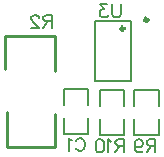
<source format=gbo>
G04 Layer: BottomSilkscreenLayer*
G04 EasyEDA v6.5.38, 2023-12-02 23:03:57*
G04 3574156a907d4d7c87788ecda130693a,c7ad1a84f3dd4ba2a6b1e1313e4bac77,10*
G04 Gerber Generator version 0.2*
G04 Scale: 100 percent, Rotated: No, Reflected: No *
G04 Dimensions in millimeters *
G04 leading zeros omitted , absolute positions ,4 integer and 5 decimal *
%FSLAX45Y45*%
%MOMM*%

%ADD10C,0.1524*%
%ADD11C,0.1999*%
%ADD12C,0.2540*%
%ADD13C,0.3000*%

%LPD*%
D10*
X-52577Y-1129792D02*
G01*
X-47243Y-1119378D01*
X-36829Y-1108963D01*
X-26670Y-1103884D01*
X-5841Y-1103884D01*
X4572Y-1108963D01*
X14986Y-1119378D01*
X20320Y-1129792D01*
X25400Y-1145539D01*
X25400Y-1171447D01*
X20320Y-1186942D01*
X14986Y-1197355D01*
X4572Y-1207770D01*
X-5841Y-1212850D01*
X-26670Y-1212850D01*
X-36829Y-1207770D01*
X-47243Y-1197355D01*
X-52577Y-1186942D01*
X-86868Y-1124712D02*
G01*
X-97281Y-1119378D01*
X-112775Y-1103884D01*
X-112775Y-1212850D01*
X622300Y-1116584D02*
G01*
X622300Y-1225550D01*
X622300Y-1116584D02*
G01*
X575563Y-1116584D01*
X560070Y-1121663D01*
X554736Y-1126997D01*
X549656Y-1137412D01*
X549656Y-1147826D01*
X554736Y-1158239D01*
X560070Y-1163320D01*
X575563Y-1168400D01*
X622300Y-1168400D01*
X585977Y-1168400D02*
G01*
X549656Y-1225550D01*
X447802Y-1152905D02*
G01*
X452881Y-1168400D01*
X463295Y-1178813D01*
X478790Y-1184147D01*
X484124Y-1184147D01*
X499618Y-1178813D01*
X510031Y-1168400D01*
X515365Y-1152905D01*
X515365Y-1147826D01*
X510031Y-1132078D01*
X499618Y-1121663D01*
X484124Y-1116584D01*
X478790Y-1116584D01*
X463295Y-1121663D01*
X452881Y-1132078D01*
X447802Y-1152905D01*
X447802Y-1178813D01*
X452881Y-1204976D01*
X463295Y-1220470D01*
X478790Y-1225550D01*
X489204Y-1225550D01*
X504952Y-1220470D01*
X510031Y-1210055D01*
X355600Y-1116584D02*
G01*
X355600Y-1225550D01*
X355600Y-1116584D02*
G01*
X308863Y-1116584D01*
X293370Y-1121663D01*
X288036Y-1126997D01*
X282956Y-1137412D01*
X282956Y-1147826D01*
X288036Y-1158239D01*
X293370Y-1163320D01*
X308863Y-1168400D01*
X355600Y-1168400D01*
X319277Y-1168400D02*
G01*
X282956Y-1225550D01*
X248665Y-1137412D02*
G01*
X238252Y-1132078D01*
X222504Y-1116584D01*
X222504Y-1225550D01*
X157225Y-1116584D02*
G01*
X172720Y-1121663D01*
X183134Y-1137412D01*
X188213Y-1163320D01*
X188213Y-1178813D01*
X183134Y-1204976D01*
X172720Y-1220470D01*
X157225Y-1225550D01*
X146811Y-1225550D01*
X131063Y-1220470D01*
X120650Y-1204976D01*
X115570Y-1178813D01*
X115570Y-1163320D01*
X120650Y-1137412D01*
X131063Y-1121663D01*
X146811Y-1116584D01*
X157225Y-1116584D01*
X-254000Y-62484D02*
G01*
X-254000Y-171450D01*
X-254000Y-62484D02*
G01*
X-300736Y-62484D01*
X-316229Y-67563D01*
X-321563Y-72897D01*
X-326644Y-83312D01*
X-326644Y-93726D01*
X-321563Y-104139D01*
X-316229Y-109220D01*
X-300736Y-114300D01*
X-254000Y-114300D01*
X-290322Y-114300D02*
G01*
X-326644Y-171450D01*
X-366268Y-88392D02*
G01*
X-366268Y-83312D01*
X-371347Y-72897D01*
X-376681Y-67563D01*
X-387095Y-62484D01*
X-407670Y-62484D01*
X-418084Y-67563D01*
X-423418Y-72897D01*
X-428497Y-83312D01*
X-428497Y-93726D01*
X-423418Y-104139D01*
X-413004Y-119634D01*
X-360934Y-171450D01*
X-433831Y-171450D01*
X330200Y26415D02*
G01*
X330200Y-51562D01*
X325120Y-67055D01*
X314706Y-77470D01*
X298958Y-82550D01*
X288543Y-82550D01*
X273050Y-77470D01*
X262636Y-67055D01*
X257556Y-51562D01*
X257556Y26415D01*
X212852Y26415D02*
G01*
X155702Y26415D01*
X186690Y-15239D01*
X171195Y-15239D01*
X160781Y-20320D01*
X155702Y-25400D01*
X150368Y-41147D01*
X150368Y-51562D01*
X155702Y-67055D01*
X166115Y-77470D01*
X181609Y-82550D01*
X197104Y-82550D01*
X212852Y-77470D01*
X217931Y-72389D01*
X223265Y-61976D01*
D11*
X-154279Y-820826D02*
G01*
X-154279Y-688822D01*
X52730Y-688822D01*
X52730Y-820826D01*
X-154279Y-934034D02*
G01*
X-154279Y-1066037D01*
X52730Y-1066037D01*
X52730Y-934034D01*
X442620Y-833526D02*
G01*
X442620Y-701522D01*
X649630Y-701522D01*
X649630Y-833526D01*
X442620Y-946734D02*
G01*
X442620Y-1078737D01*
X649630Y-1078737D01*
X649630Y-946734D01*
X150520Y-833526D02*
G01*
X150520Y-701522D01*
X357530Y-701522D01*
X357530Y-833526D01*
X150520Y-946734D02*
G01*
X150520Y-1078737D01*
X357530Y-1078737D01*
X357530Y-946734D01*
D12*
X-228587Y-900511D02*
G01*
X-228587Y-1179911D01*
X-228587Y-1179908D02*
G01*
X-634987Y-1179908D01*
X-634987Y-887808D01*
X-647687Y-521906D02*
G01*
X-647687Y-242506D01*
X-228587Y-242506D01*
X-228587Y-534606D01*
D10*
X418840Y-115679D02*
G01*
X114559Y-115679D01*
X114559Y-620920D01*
X418840Y-620920D01*
X418840Y-115679D01*
D13*
G75*
G01
X358623Y-177800D02*
G03X358623Y-177800I-15011J0D01*
G75*
G01
X558952Y-103149D02*
G03X558952Y-103149I-15011J0D01*
M02*

</source>
